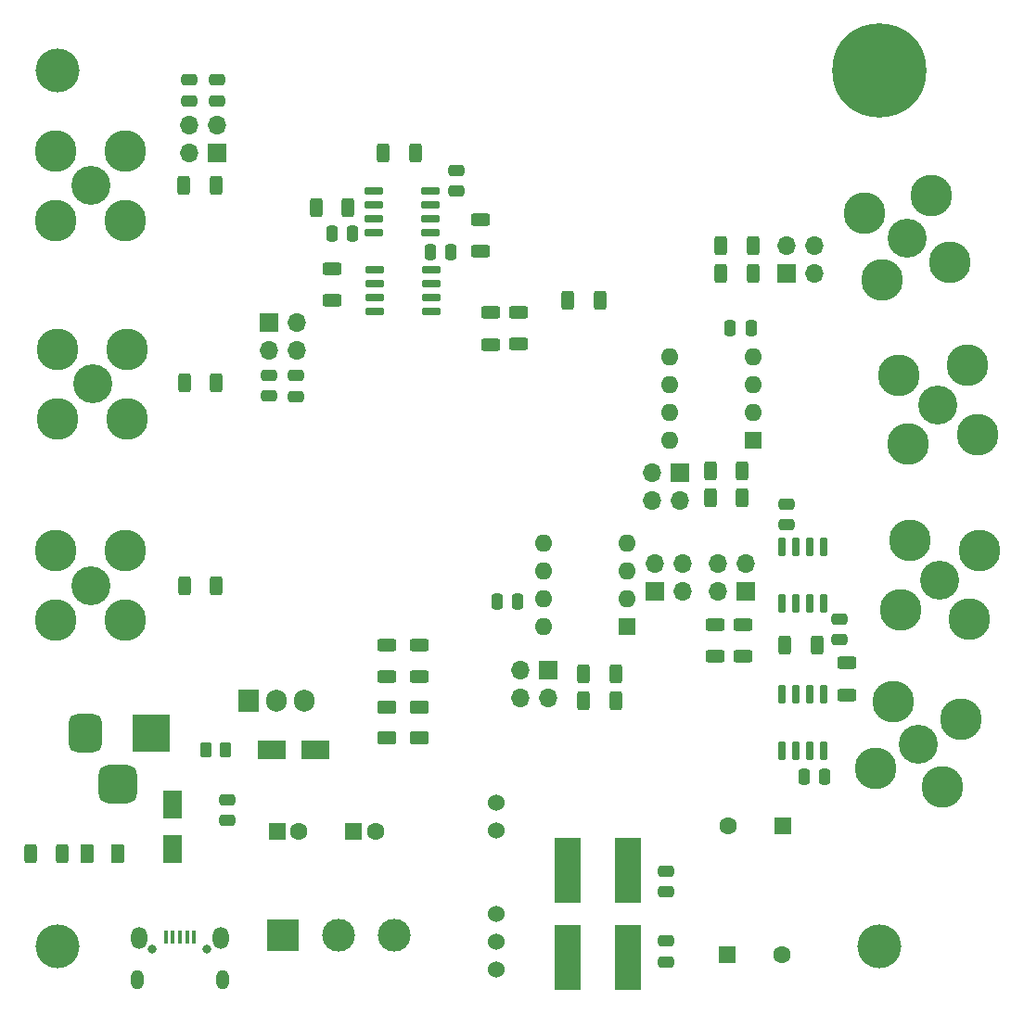
<source format=gbr>
%TF.GenerationSoftware,KiCad,Pcbnew,(6.0.0)*%
%TF.CreationDate,2022-08-23T11:31:34-04:00*%
%TF.ProjectId,Impedance_Analyzer_V2,496d7065-6461-46e6-9365-5f416e616c79,rev?*%
%TF.SameCoordinates,Original*%
%TF.FileFunction,Soldermask,Top*%
%TF.FilePolarity,Negative*%
%FSLAX46Y46*%
G04 Gerber Fmt 4.6, Leading zero omitted, Abs format (unit mm)*
G04 Created by KiCad (PCBNEW (6.0.0)) date 2022-08-23 11:31:34*
%MOMM*%
%LPD*%
G01*
G04 APERTURE LIST*
G04 Aperture macros list*
%AMRoundRect*
0 Rectangle with rounded corners*
0 $1 Rounding radius*
0 $2 $3 $4 $5 $6 $7 $8 $9 X,Y pos of 4 corners*
0 Add a 4 corners polygon primitive as box body*
4,1,4,$2,$3,$4,$5,$6,$7,$8,$9,$2,$3,0*
0 Add four circle primitives for the rounded corners*
1,1,$1+$1,$2,$3*
1,1,$1+$1,$4,$5*
1,1,$1+$1,$6,$7*
1,1,$1+$1,$8,$9*
0 Add four rect primitives between the rounded corners*
20,1,$1+$1,$2,$3,$4,$5,0*
20,1,$1+$1,$4,$5,$6,$7,0*
20,1,$1+$1,$6,$7,$8,$9,0*
20,1,$1+$1,$8,$9,$2,$3,0*%
G04 Aperture macros list end*
%ADD10C,3.556000*%
%ADD11C,3.810000*%
%ADD12RoundRect,0.249998X0.312502X0.625002X-0.312502X0.625002X-0.312502X-0.625002X0.312502X-0.625002X0*%
%ADD13RoundRect,0.249998X-0.312502X-0.625002X0.312502X-0.625002X0.312502X0.625002X-0.312502X0.625002X0*%
%ADD14R,1.600000X1.600000*%
%ADD15O,1.600000X1.600000*%
%ADD16C,1.600000*%
%ADD17RoundRect,0.250000X-0.475000X0.250000X-0.475000X-0.250000X0.475000X-0.250000X0.475000X0.250000X0*%
%ADD18R,2.500000X1.800000*%
%ADD19R,1.800000X2.500000*%
%ADD20RoundRect,0.249998X0.262502X0.450002X-0.262502X0.450002X-0.262502X-0.450002X0.262502X-0.450002X0*%
%ADD21R,3.500000X3.500000*%
%ADD22RoundRect,0.750000X-0.750000X-1.000000X0.750000X-1.000000X0.750000X1.000000X-0.750000X1.000000X0*%
%ADD23RoundRect,0.875000X-0.875000X-0.875000X0.875000X-0.875000X0.875000X0.875000X-0.875000X0.875000X0*%
%ADD24O,0.800000X0.800000*%
%ADD25R,0.450000X1.300000*%
%ADD26O,1.150000X1.800000*%
%ADD27O,1.450000X2.000000*%
%ADD28RoundRect,0.250000X-0.375000X-0.625000X0.375000X-0.625000X0.375000X0.625000X-0.375000X0.625000X0*%
%ADD29R,1.905000X2.000000*%
%ADD30O,1.905000X2.000000*%
%ADD31RoundRect,0.249998X-0.625002X0.312502X-0.625002X-0.312502X0.625002X-0.312502X0.625002X0.312502X0*%
%ADD32RoundRect,0.249998X0.625002X-0.312502X0.625002X0.312502X-0.625002X0.312502X-0.625002X-0.312502X0*%
%ADD33RoundRect,0.150000X-0.725000X-0.150000X0.725000X-0.150000X0.725000X0.150000X-0.725000X0.150000X0*%
%ADD34RoundRect,0.250000X0.250000X0.475000X-0.250000X0.475000X-0.250000X-0.475000X0.250000X-0.475000X0*%
%ADD35RoundRect,0.250000X-0.250000X-0.475000X0.250000X-0.475000X0.250000X0.475000X-0.250000X0.475000X0*%
%ADD36RoundRect,0.250000X0.625000X-0.375000X0.625000X0.375000X-0.625000X0.375000X-0.625000X-0.375000X0*%
%ADD37RoundRect,0.250000X-0.625000X0.375000X-0.625000X-0.375000X0.625000X-0.375000X0.625000X0.375000X0*%
%ADD38C,8.600000*%
%ADD39C,4.000000*%
%ADD40RoundRect,0.250000X0.475000X-0.250000X0.475000X0.250000X-0.475000X0.250000X-0.475000X-0.250000X0*%
%ADD41RoundRect,0.150000X0.150000X-0.725000X0.150000X0.725000X-0.150000X0.725000X-0.150000X-0.725000X0*%
%ADD42RoundRect,0.249999X-0.312501X-0.625001X0.312501X-0.625001X0.312501X0.625001X-0.312501X0.625001X0*%
%ADD43RoundRect,0.249999X-0.625001X0.312501X-0.625001X-0.312501X0.625001X-0.312501X0.625001X0.312501X0*%
%ADD44RoundRect,0.150000X-0.150000X0.725000X-0.150000X-0.725000X0.150000X-0.725000X0.150000X0.725000X0*%
%ADD45R,3.000000X3.000000*%
%ADD46C,3.000000*%
%ADD47R,2.450000X5.900000*%
%ADD48C,1.524000*%
%ADD49RoundRect,0.250000X0.312500X0.625000X-0.312500X0.625000X-0.312500X-0.625000X0.312500X-0.625000X0*%
%ADD50R,1.700000X1.700000*%
%ADD51O,1.700000X1.700000*%
%ADD52RoundRect,0.250000X0.625000X-0.312500X0.625000X0.312500X-0.625000X0.312500X-0.625000X-0.312500X0*%
%ADD53RoundRect,0.250000X-0.312500X-0.625000X0.312500X-0.625000X0.312500X0.625000X-0.312500X0.625000X0*%
%ADD54RoundRect,0.250000X-0.625000X0.312500X-0.625000X-0.312500X0.625000X-0.312500X0.625000X0.312500X0*%
G04 APERTURE END LIST*
D10*
%TO.C,J2*%
X78175000Y-86125000D03*
D11*
X75000000Y-82950000D03*
X81350000Y-89300000D03*
X75000000Y-89300000D03*
X81350000Y-82950000D03*
%TD*%
D10*
%TO.C,J6*%
X152500000Y-72750000D03*
D11*
X150254936Y-76638565D03*
X156388565Y-74995064D03*
X148611435Y-70504936D03*
X154745064Y-68861435D03*
%TD*%
D10*
%TO.C,J7*%
X153500000Y-119000000D03*
D11*
X151254936Y-115111435D03*
X149611435Y-121245064D03*
X155745064Y-122888565D03*
X157388565Y-116754936D03*
%TD*%
D12*
%TO.C,R5*%
X89462500Y-104500000D03*
X86537500Y-104500000D03*
%TD*%
%TO.C,R6*%
X89462500Y-86000000D03*
X86537500Y-86000000D03*
%TD*%
D13*
%TO.C,R7*%
X122987500Y-115050000D03*
X125912500Y-115050000D03*
%TD*%
D12*
%TO.C,R8*%
X137462500Y-96500000D03*
X134537500Y-96500000D03*
%TD*%
D14*
%TO.C,U3*%
X126950000Y-108300000D03*
D15*
X126950000Y-105760000D03*
X126950000Y-103220000D03*
X126950000Y-100680000D03*
X119330000Y-100680000D03*
X119330000Y-103220000D03*
X119330000Y-105760000D03*
X119330000Y-108300000D03*
%TD*%
D10*
%TO.C,J5*%
X155500000Y-104000000D03*
D11*
X159085976Y-101297773D03*
X158202227Y-107585976D03*
X151914024Y-106702227D03*
X152797773Y-100414024D03*
%TD*%
D10*
%TO.C,J4*%
X155325000Y-88000000D03*
D11*
X158027227Y-84414024D03*
X152622773Y-91585976D03*
X151739024Y-85297773D03*
X158910976Y-90702227D03*
%TD*%
D14*
%TO.C,U4*%
X138500000Y-91250000D03*
D15*
X138500000Y-88710000D03*
X138500000Y-86170000D03*
X138500000Y-83630000D03*
X130880000Y-83630000D03*
X130880000Y-86170000D03*
X130880000Y-88710000D03*
X130880000Y-91250000D03*
%TD*%
D14*
%TO.C,C4*%
X95000000Y-127000000D03*
D16*
X97000000Y-127000000D03*
%TD*%
D17*
%TO.C,C5*%
X90450000Y-124100000D03*
X90450000Y-126000000D03*
%TD*%
D18*
%TO.C,D1*%
X98500000Y-119500000D03*
X94500000Y-119500000D03*
%TD*%
D19*
%TO.C,D2*%
X85450000Y-124550000D03*
X85450000Y-128550000D03*
%TD*%
D20*
%TO.C,FB1*%
X90325000Y-119500000D03*
X88500000Y-119500000D03*
%TD*%
D21*
%TO.C,J8*%
X83500000Y-118000000D03*
D22*
X77500000Y-118000000D03*
D23*
X80500000Y-122700000D03*
%TD*%
D24*
%TO.C,J9*%
X88625000Y-137750000D03*
X83625000Y-137750000D03*
D25*
X84825000Y-136650000D03*
X85475000Y-136650000D03*
X86125000Y-136650000D03*
X86775000Y-136650000D03*
X87425000Y-136650000D03*
D26*
X82250000Y-140500000D03*
X90000000Y-140500000D03*
D27*
X82400000Y-136700000D03*
X89850000Y-136700000D03*
%TD*%
D14*
%TO.C,C6*%
X102000000Y-127000000D03*
D16*
X104000000Y-127000000D03*
%TD*%
D28*
%TO.C,D3*%
X77700000Y-129000000D03*
X80500000Y-129000000D03*
%TD*%
D12*
%TO.C,R13*%
X75425000Y-129000000D03*
X72500000Y-129000000D03*
%TD*%
D29*
%TO.C,U5*%
X92420000Y-115000000D03*
D30*
X94960000Y-115000000D03*
X97500000Y-115000000D03*
%TD*%
D14*
%TO.C,C7*%
X141152651Y-126500000D03*
D16*
X136152651Y-126500000D03*
%TD*%
D14*
%TO.C,C9*%
X136097349Y-138250000D03*
D16*
X141097349Y-138250000D03*
%TD*%
D31*
%TO.C,R3*%
X114500000Y-79575000D03*
X114500000Y-82500000D03*
%TD*%
D32*
%TO.C,R2*%
X117000000Y-82462500D03*
X117000000Y-79537500D03*
%TD*%
D17*
%TO.C,C1*%
X96750000Y-85350000D03*
X96750000Y-87250000D03*
%TD*%
D32*
%TO.C,R1*%
X100000000Y-78500000D03*
X100000000Y-75575000D03*
%TD*%
D33*
%TO.C,U1*%
X103950000Y-75660000D03*
X103950000Y-76930000D03*
X103950000Y-78200000D03*
X103950000Y-79470000D03*
X109100000Y-79470000D03*
X109100000Y-78200000D03*
X109100000Y-76930000D03*
X109100000Y-75660000D03*
%TD*%
D34*
%TO.C,C14*%
X101900000Y-72400000D03*
X100000000Y-72400000D03*
%TD*%
%TO.C,C17*%
X116950000Y-106000000D03*
X115050000Y-106000000D03*
%TD*%
D35*
%TO.C,C19*%
X109000000Y-74100000D03*
X110900000Y-74100000D03*
%TD*%
D36*
%TO.C,D4*%
X108000000Y-118400000D03*
X108000000Y-115600000D03*
%TD*%
D37*
%TO.C,D5*%
X105000000Y-115600000D03*
X105000000Y-118400000D03*
%TD*%
D32*
%TO.C,R19*%
X108000000Y-112852500D03*
X108000000Y-109927500D03*
%TD*%
%TO.C,R20*%
X105000000Y-112852500D03*
X105000000Y-109927500D03*
%TD*%
D38*
%TO.C,H1*%
X150000000Y-57500000D03*
%TD*%
D39*
%TO.C,H2*%
X75000000Y-137500000D03*
%TD*%
%TO.C,H4*%
X150000000Y-137500000D03*
%TD*%
%TO.C,H3*%
X75000000Y-57500000D03*
%TD*%
D40*
%TO.C,C22*%
X141500000Y-98950000D03*
X141500000Y-97050000D03*
%TD*%
D34*
%TO.C,C23*%
X138250000Y-81000000D03*
X136350000Y-81000000D03*
%TD*%
D40*
%TO.C,C24*%
X111400000Y-68500000D03*
X111400000Y-66600000D03*
%TD*%
D12*
%TO.C,R9*%
X138462500Y-76000000D03*
X135537500Y-76000000D03*
%TD*%
D10*
%TO.C,J1*%
X78000000Y-68000000D03*
D11*
X74825000Y-64825000D03*
X81175000Y-64825000D03*
X81175000Y-71175000D03*
X74825000Y-71175000D03*
%TD*%
D33*
%TO.C,BUF1*%
X103825000Y-68495000D03*
X103825000Y-69765000D03*
X103825000Y-71035000D03*
X103825000Y-72305000D03*
X108975000Y-72305000D03*
X108975000Y-71035000D03*
X108975000Y-69765000D03*
X108975000Y-68495000D03*
%TD*%
D41*
%TO.C,BUF2*%
X141095000Y-106125000D03*
X142365000Y-106125000D03*
X143635000Y-106125000D03*
X144905000Y-106125000D03*
X144905000Y-100975000D03*
X143635000Y-100975000D03*
X142365000Y-100975000D03*
X141095000Y-100975000D03*
%TD*%
D42*
%TO.C,R4*%
X104675000Y-65000000D03*
X107600000Y-65000000D03*
%TD*%
D43*
%TO.C,R10*%
X113600000Y-71075000D03*
X113600000Y-74000000D03*
%TD*%
%TO.C,R18*%
X135000000Y-108075000D03*
X135000000Y-111000000D03*
%TD*%
D42*
%TO.C,R21*%
X141365000Y-109975000D03*
X144290000Y-109975000D03*
%TD*%
D44*
%TO.C,U2*%
X144905000Y-114425000D03*
X143635000Y-114425000D03*
X142365000Y-114425000D03*
X141095000Y-114425000D03*
X141095000Y-119575000D03*
X142365000Y-119575000D03*
X143635000Y-119575000D03*
X144905000Y-119575000D03*
%TD*%
D34*
%TO.C,C3*%
X145000000Y-122000000D03*
X143100000Y-122000000D03*
%TD*%
D45*
%TO.C,J11*%
X95500000Y-136500000D03*
D46*
X100580000Y-136500000D03*
X105660000Y-136500000D03*
%TD*%
D40*
%TO.C,C10*%
X130500000Y-138900000D03*
X130500000Y-137000000D03*
%TD*%
D47*
%TO.C,L2*%
X127050000Y-130500000D03*
X121500000Y-130500000D03*
%TD*%
D48*
%TO.C,Reg1*%
X115000000Y-124380000D03*
X115000000Y-126920000D03*
X115000000Y-134540000D03*
X115000000Y-137080000D03*
X115000000Y-139620000D03*
%TD*%
D17*
%TO.C,C8*%
X130500000Y-130600000D03*
X130500000Y-132500000D03*
%TD*%
D47*
%TO.C,L1*%
X127050000Y-138500000D03*
X121500000Y-138500000D03*
%TD*%
D17*
%TO.C,C18*%
X146365000Y-107575000D03*
X146365000Y-109475000D03*
%TD*%
D49*
%TO.C,R22*%
X89425000Y-68000000D03*
X86500000Y-68000000D03*
%TD*%
D40*
%TO.C,C16*%
X89500000Y-60250000D03*
X89500000Y-58350000D03*
%TD*%
D50*
%TO.C,J16*%
X94225000Y-80475000D03*
D51*
X96765000Y-80475000D03*
X94225000Y-83015000D03*
X96765000Y-83015000D03*
%TD*%
D49*
%TO.C,R24*%
X138462500Y-73500000D03*
X135537500Y-73500000D03*
%TD*%
D52*
%TO.C,R17*%
X147000000Y-114500000D03*
X147000000Y-111575000D03*
%TD*%
D53*
%TO.C,R23*%
X121537500Y-78500000D03*
X124462500Y-78500000D03*
%TD*%
D50*
%TO.C,J15*%
X89540000Y-65040000D03*
D51*
X87000000Y-65040000D03*
X89540000Y-62500000D03*
X87000000Y-62500000D03*
%TD*%
D40*
%TO.C,C15*%
X87000000Y-60250000D03*
X87000000Y-58350000D03*
%TD*%
D17*
%TO.C,C25*%
X94250000Y-85300000D03*
X94250000Y-87200000D03*
%TD*%
D54*
%TO.C,R14*%
X137500000Y-108075000D03*
X137500000Y-111000000D03*
%TD*%
D50*
%TO.C,J13*%
X129500000Y-105040000D03*
D51*
X129500000Y-102500000D03*
X132040000Y-105040000D03*
X132040000Y-102500000D03*
%TD*%
D50*
%TO.C,J10*%
X119725000Y-112275000D03*
D51*
X119725000Y-114815000D03*
X117185000Y-112275000D03*
X117185000Y-114815000D03*
%TD*%
D10*
%TO.C,J3*%
X78000000Y-104500000D03*
D11*
X81175000Y-101325000D03*
X74825000Y-107675000D03*
X74825000Y-101325000D03*
X81175000Y-107675000D03*
%TD*%
D53*
%TO.C,R15*%
X98575000Y-70000000D03*
X101500000Y-70000000D03*
%TD*%
D50*
%TO.C,J17*%
X141500000Y-76000000D03*
D51*
X141500000Y-73460000D03*
X144040000Y-76000000D03*
X144040000Y-73460000D03*
%TD*%
D50*
%TO.C,J12*%
X131775000Y-94225000D03*
D51*
X131775000Y-96765000D03*
X129235000Y-94225000D03*
X129235000Y-96765000D03*
%TD*%
D49*
%TO.C,R11*%
X125912500Y-112550000D03*
X122987500Y-112550000D03*
%TD*%
%TO.C,R12*%
X137462500Y-94000000D03*
X134537500Y-94000000D03*
%TD*%
D50*
%TO.C,J14*%
X137775000Y-105040000D03*
D51*
X135235000Y-105040000D03*
X137775000Y-102500000D03*
X135235000Y-102500000D03*
%TD*%
M02*

</source>
